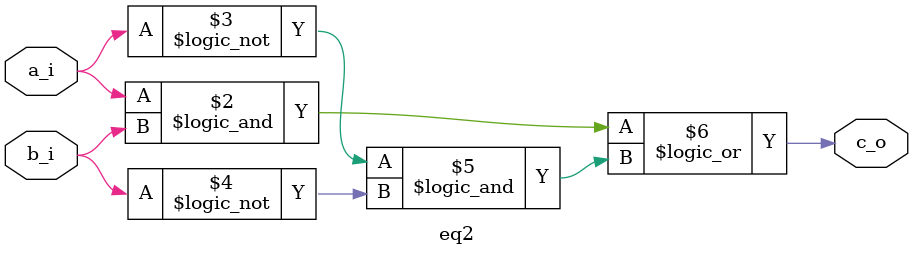
<source format=sv>
module eq2
  (input [0:0] a_i
  ,input [0:0] b_i
  ,output reg [0:0] c_o);

   // Implement a Two-Input Equality Module (eq2). You must use behavioral verilog.
   // 
   // Your code here:
   always_comb begin
   c_o = (a_i && b_i) || (!a_i && !b_i);
   end
endmodule

</source>
